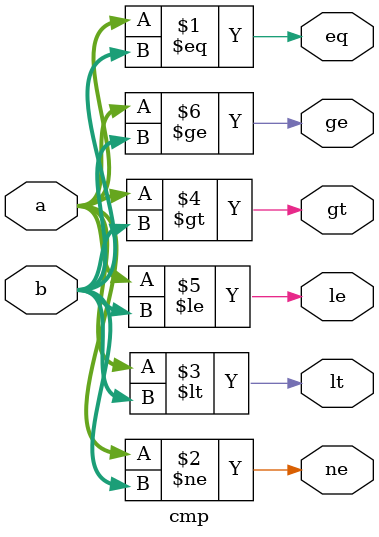
<source format=v>
module cmp(input [7:0] a, b, output eq, ne, lt, gt, le, ge);
  assign eq = (a == b);
  assign ne = (a != b);
  assign lt = (a < b);
  assign gt = (a > b);
  assign le = (a <= b);
  assign ge = (a >= b);
endmodule

</source>
